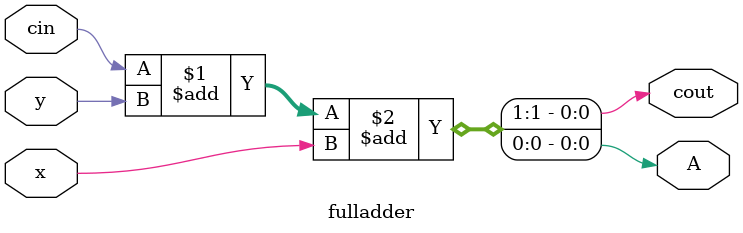
<source format=v>
/* Written by referencedesigner.com */

`timescale 1ns / 100ps

module fulladder
(
input x,
input y,
input cin,
output A, 
output cout
);

assign {cout,A} = cin + y + x;

endmodule
</source>
